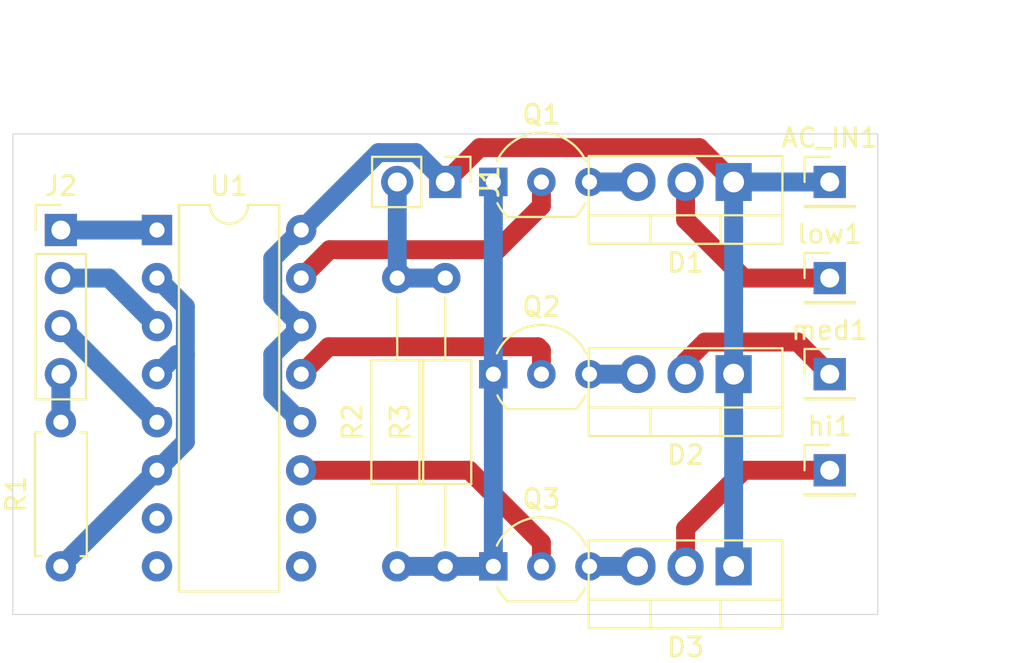
<source format=kicad_pcb>
(kicad_pcb (version 20171130) (host pcbnew 5.1.10)

  (general
    (thickness 1.6)
    (drawings 6)
    (tracks 54)
    (zones 0)
    (modules 16)
    (nets 18)
  )

  (page A4)
  (layers
    (0 F.Cu signal)
    (31 B.Cu signal)
    (32 B.Adhes user hide)
    (33 F.Adhes user hide)
    (34 B.Paste user hide)
    (35 F.Paste user hide)
    (36 B.SilkS user)
    (37 F.SilkS user)
    (38 B.Mask user hide)
    (39 F.Mask user hide)
    (40 Dwgs.User user)
    (41 Cmts.User user)
    (42 Eco1.User user)
    (43 Eco2.User user)
    (44 Edge.Cuts user)
    (45 Margin user hide)
    (46 B.CrtYd user hide)
    (47 F.CrtYd user hide)
    (48 B.Fab user hide)
    (49 F.Fab user hide)
  )

  (setup
    (last_trace_width 1)
    (user_trace_width 1)
    (trace_clearance 0.2)
    (zone_clearance 0.508)
    (zone_45_only no)
    (trace_min 0.2)
    (via_size 0.8)
    (via_drill 0.4)
    (via_min_size 0.4)
    (via_min_drill 0.3)
    (uvia_size 0.3)
    (uvia_drill 0.1)
    (uvias_allowed no)
    (uvia_min_size 0.2)
    (uvia_min_drill 0.1)
    (edge_width 0.05)
    (segment_width 0.2)
    (pcb_text_width 0.3)
    (pcb_text_size 1.5 1.5)
    (mod_edge_width 0.12)
    (mod_text_size 1 1)
    (mod_text_width 0.15)
    (pad_size 1.524 1.524)
    (pad_drill 0.762)
    (pad_to_mask_clearance 0)
    (aux_axis_origin 0 0)
    (visible_elements FFFFFF7F)
    (pcbplotparams
      (layerselection 0x010fc_ffffffff)
      (usegerberextensions false)
      (usegerberattributes true)
      (usegerberadvancedattributes true)
      (creategerberjobfile true)
      (excludeedgelayer true)
      (linewidth 0.100000)
      (plotframeref false)
      (viasonmask false)
      (mode 1)
      (useauxorigin false)
      (hpglpennumber 1)
      (hpglpenspeed 20)
      (hpglpendiameter 15.000000)
      (psnegative false)
      (psa4output false)
      (plotreference true)
      (plotvalue true)
      (plotinvisibletext false)
      (padsonsilk false)
      (subtractmaskfromsilk false)
      (outputformat 1)
      (mirror false)
      (drillshape 1)
      (scaleselection 1)
      (outputdirectory ""))
  )

  (net 0 "")
  (net 1 "Net-(AC_IN1-Pad1)")
  (net 2 "Net-(D1-Pad3)")
  (net 3 "Net-(D1-Pad2)")
  (net 4 "Net-(D2-Pad3)")
  (net 5 "Net-(D2-Pad2)")
  (net 6 "Net-(D3-Pad3)")
  (net 7 "Net-(D3-Pad2)")
  (net 8 "Net-(J1-Pad2)")
  (net 9 "Net-(J2-Pad4)")
  (net 10 "Net-(J2-Pad3)")
  (net 11 "Net-(J2-Pad2)")
  (net 12 "Net-(J2-Pad1)")
  (net 13 "Net-(Q1-Pad1)")
  (net 14 "Net-(Q1-Pad2)")
  (net 15 "Net-(Q2-Pad2)")
  (net 16 "Net-(Q3-Pad2)")
  (net 17 "Net-(R1-Pad1)")

  (net_class Default "This is the default net class."
    (clearance 0.2)
    (trace_width 0.25)
    (via_dia 0.8)
    (via_drill 0.4)
    (uvia_dia 0.3)
    (uvia_drill 0.1)
    (add_net "Net-(AC_IN1-Pad1)")
    (add_net "Net-(D1-Pad2)")
    (add_net "Net-(D1-Pad3)")
    (add_net "Net-(D2-Pad2)")
    (add_net "Net-(D2-Pad3)")
    (add_net "Net-(D3-Pad2)")
    (add_net "Net-(D3-Pad3)")
    (add_net "Net-(J1-Pad2)")
    (add_net "Net-(J2-Pad1)")
    (add_net "Net-(J2-Pad2)")
    (add_net "Net-(J2-Pad3)")
    (add_net "Net-(J2-Pad4)")
    (add_net "Net-(Q1-Pad1)")
    (add_net "Net-(Q1-Pad2)")
    (add_net "Net-(Q2-Pad2)")
    (add_net "Net-(Q3-Pad2)")
    (add_net "Net-(R1-Pad1)")
  )

  (module Package_TO_SOT_THT:TO-92_Inline_Wide (layer F.Cu) (tedit 5A02FF81) (tstamp 61820945)
    (at 139.7 91.44)
    (descr "TO-92 leads in-line, wide, drill 0.75mm (see NXP sot054_po.pdf)")
    (tags "to-92 sc-43 sc-43a sot54 PA33 transistor")
    (path /61838231)
    (fp_text reference Q3 (at 2.54 -3.56) (layer F.SilkS)
      (effects (font (size 1 1) (thickness 0.15)))
    )
    (fp_text value 2N3904 (at 2.54 2.79) (layer F.Fab)
      (effects (font (size 1 1) (thickness 0.15)))
    )
    (fp_arc (start 2.54 0) (end 4.34 1.85) (angle -20) (layer F.SilkS) (width 0.12))
    (fp_arc (start 2.54 0) (end 2.54 -2.48) (angle -135) (layer F.Fab) (width 0.1))
    (fp_arc (start 2.54 0) (end 2.54 -2.48) (angle 135) (layer F.Fab) (width 0.1))
    (fp_arc (start 2.54 0) (end 2.54 -2.6) (angle 65) (layer F.SilkS) (width 0.12))
    (fp_arc (start 2.54 0) (end 2.54 -2.6) (angle -65) (layer F.SilkS) (width 0.12))
    (fp_arc (start 2.54 0) (end 0.74 1.85) (angle 20) (layer F.SilkS) (width 0.12))
    (fp_text user %R (at 2.54 0) (layer F.Fab)
      (effects (font (size 1 1) (thickness 0.15)))
    )
    (fp_line (start 0.74 1.85) (end 4.34 1.85) (layer F.SilkS) (width 0.12))
    (fp_line (start 0.8 1.75) (end 4.3 1.75) (layer F.Fab) (width 0.1))
    (fp_line (start -1.01 -2.73) (end 6.09 -2.73) (layer F.CrtYd) (width 0.05))
    (fp_line (start -1.01 -2.73) (end -1.01 2.01) (layer F.CrtYd) (width 0.05))
    (fp_line (start 6.09 2.01) (end 6.09 -2.73) (layer F.CrtYd) (width 0.05))
    (fp_line (start 6.09 2.01) (end -1.01 2.01) (layer F.CrtYd) (width 0.05))
    (pad 1 thru_hole rect (at 0 0) (size 1.5 1.5) (drill 0.8) (layers *.Cu *.Mask)
      (net 13 "Net-(Q1-Pad1)"))
    (pad 3 thru_hole circle (at 5.08 0) (size 1.5 1.5) (drill 0.8) (layers *.Cu *.Mask)
      (net 6 "Net-(D3-Pad3)"))
    (pad 2 thru_hole circle (at 2.54 0) (size 1.5 1.5) (drill 0.8) (layers *.Cu *.Mask)
      (net 16 "Net-(Q3-Pad2)"))
    (model ${KISYS3DMOD}/Package_TO_SOT_THT.3dshapes/TO-92_Inline_Wide.wrl
      (at (xyz 0 0 0))
      (scale (xyz 1 1 1))
      (rotate (xyz 0 0 0))
    )
  )

  (module Package_TO_SOT_THT:TO-92_Inline_Wide (layer F.Cu) (tedit 5A02FF81) (tstamp 6182052B)
    (at 139.7 81.28)
    (descr "TO-92 leads in-line, wide, drill 0.75mm (see NXP sot054_po.pdf)")
    (tags "to-92 sc-43 sc-43a sot54 PA33 transistor")
    (path /6183756F)
    (fp_text reference Q2 (at 2.54 -3.56) (layer F.SilkS)
      (effects (font (size 1 1) (thickness 0.15)))
    )
    (fp_text value 2N3904 (at 2.54 2.79) (layer F.Fab)
      (effects (font (size 1 1) (thickness 0.15)))
    )
    (fp_arc (start 2.54 0) (end 4.34 1.85) (angle -20) (layer F.SilkS) (width 0.12))
    (fp_arc (start 2.54 0) (end 2.54 -2.48) (angle -135) (layer F.Fab) (width 0.1))
    (fp_arc (start 2.54 0) (end 2.54 -2.48) (angle 135) (layer F.Fab) (width 0.1))
    (fp_arc (start 2.54 0) (end 2.54 -2.6) (angle 65) (layer F.SilkS) (width 0.12))
    (fp_arc (start 2.54 0) (end 2.54 -2.6) (angle -65) (layer F.SilkS) (width 0.12))
    (fp_arc (start 2.54 0) (end 0.74 1.85) (angle 20) (layer F.SilkS) (width 0.12))
    (fp_text user %R (at 2.54 0) (layer F.Fab)
      (effects (font (size 1 1) (thickness 0.15)))
    )
    (fp_line (start 0.74 1.85) (end 4.34 1.85) (layer F.SilkS) (width 0.12))
    (fp_line (start 0.8 1.75) (end 4.3 1.75) (layer F.Fab) (width 0.1))
    (fp_line (start -1.01 -2.73) (end 6.09 -2.73) (layer F.CrtYd) (width 0.05))
    (fp_line (start -1.01 -2.73) (end -1.01 2.01) (layer F.CrtYd) (width 0.05))
    (fp_line (start 6.09 2.01) (end 6.09 -2.73) (layer F.CrtYd) (width 0.05))
    (fp_line (start 6.09 2.01) (end -1.01 2.01) (layer F.CrtYd) (width 0.05))
    (pad 1 thru_hole rect (at 0 0) (size 1.5 1.5) (drill 0.8) (layers *.Cu *.Mask)
      (net 13 "Net-(Q1-Pad1)"))
    (pad 3 thru_hole circle (at 5.08 0) (size 1.5 1.5) (drill 0.8) (layers *.Cu *.Mask)
      (net 4 "Net-(D2-Pad3)"))
    (pad 2 thru_hole circle (at 2.54 0) (size 1.5 1.5) (drill 0.8) (layers *.Cu *.Mask)
      (net 15 "Net-(Q2-Pad2)"))
    (model ${KISYS3DMOD}/Package_TO_SOT_THT.3dshapes/TO-92_Inline_Wide.wrl
      (at (xyz 0 0 0))
      (scale (xyz 1 1 1))
      (rotate (xyz 0 0 0))
    )
  )

  (module Package_TO_SOT_THT:TO-92_Inline_Wide (layer F.Cu) (tedit 5A02FF81) (tstamp 618201CF)
    (at 139.7 71.12)
    (descr "TO-92 leads in-line, wide, drill 0.75mm (see NXP sot054_po.pdf)")
    (tags "to-92 sc-43 sc-43a sot54 PA33 transistor")
    (path /618281AA)
    (fp_text reference Q1 (at 2.54 -3.56) (layer F.SilkS)
      (effects (font (size 1 1) (thickness 0.15)))
    )
    (fp_text value 2N3904 (at 2.54 2.79) (layer F.Fab)
      (effects (font (size 1 1) (thickness 0.15)))
    )
    (fp_arc (start 2.54 0) (end 4.34 1.85) (angle -20) (layer F.SilkS) (width 0.12))
    (fp_arc (start 2.54 0) (end 2.54 -2.48) (angle -135) (layer F.Fab) (width 0.1))
    (fp_arc (start 2.54 0) (end 2.54 -2.48) (angle 135) (layer F.Fab) (width 0.1))
    (fp_arc (start 2.54 0) (end 2.54 -2.6) (angle 65) (layer F.SilkS) (width 0.12))
    (fp_arc (start 2.54 0) (end 2.54 -2.6) (angle -65) (layer F.SilkS) (width 0.12))
    (fp_arc (start 2.54 0) (end 0.74 1.85) (angle 20) (layer F.SilkS) (width 0.12))
    (fp_text user %R (at 2.54 0) (layer F.Fab)
      (effects (font (size 1 1) (thickness 0.15)))
    )
    (fp_line (start 0.74 1.85) (end 4.34 1.85) (layer F.SilkS) (width 0.12))
    (fp_line (start 0.8 1.75) (end 4.3 1.75) (layer F.Fab) (width 0.1))
    (fp_line (start -1.01 -2.73) (end 6.09 -2.73) (layer F.CrtYd) (width 0.05))
    (fp_line (start -1.01 -2.73) (end -1.01 2.01) (layer F.CrtYd) (width 0.05))
    (fp_line (start 6.09 2.01) (end 6.09 -2.73) (layer F.CrtYd) (width 0.05))
    (fp_line (start 6.09 2.01) (end -1.01 2.01) (layer F.CrtYd) (width 0.05))
    (pad 1 thru_hole rect (at 0 0) (size 1.5 1.5) (drill 0.8) (layers *.Cu *.Mask)
      (net 13 "Net-(Q1-Pad1)"))
    (pad 3 thru_hole circle (at 5.08 0) (size 1.5 1.5) (drill 0.8) (layers *.Cu *.Mask)
      (net 2 "Net-(D1-Pad3)"))
    (pad 2 thru_hole circle (at 2.54 0) (size 1.5 1.5) (drill 0.8) (layers *.Cu *.Mask)
      (net 14 "Net-(Q1-Pad2)"))
    (model ${KISYS3DMOD}/Package_TO_SOT_THT.3dshapes/TO-92_Inline_Wide.wrl
      (at (xyz 0 0 0))
      (scale (xyz 1 1 1))
      (rotate (xyz 0 0 0))
    )
  )

  (module Package_DIP:DIP-16_W7.62mm (layer F.Cu) (tedit 5A02E8C5) (tstamp 6182025C)
    (at 121.92 73.66)
    (descr "16-lead though-hole mounted DIP package, row spacing 7.62 mm (300 mils)")
    (tags "THT DIP DIL PDIP 2.54mm 7.62mm 300mil")
    (path /6181C7BD)
    (fp_text reference U1 (at 3.81 -2.33) (layer F.SilkS)
      (effects (font (size 1 1) (thickness 0.15)))
    )
    (fp_text value PC847 (at 3.81 20.11) (layer F.Fab)
      (effects (font (size 1 1) (thickness 0.15)))
    )
    (fp_line (start 8.7 -1.55) (end -1.1 -1.55) (layer F.CrtYd) (width 0.05))
    (fp_line (start 8.7 19.3) (end 8.7 -1.55) (layer F.CrtYd) (width 0.05))
    (fp_line (start -1.1 19.3) (end 8.7 19.3) (layer F.CrtYd) (width 0.05))
    (fp_line (start -1.1 -1.55) (end -1.1 19.3) (layer F.CrtYd) (width 0.05))
    (fp_line (start 6.46 -1.33) (end 4.81 -1.33) (layer F.SilkS) (width 0.12))
    (fp_line (start 6.46 19.11) (end 6.46 -1.33) (layer F.SilkS) (width 0.12))
    (fp_line (start 1.16 19.11) (end 6.46 19.11) (layer F.SilkS) (width 0.12))
    (fp_line (start 1.16 -1.33) (end 1.16 19.11) (layer F.SilkS) (width 0.12))
    (fp_line (start 2.81 -1.33) (end 1.16 -1.33) (layer F.SilkS) (width 0.12))
    (fp_line (start 0.635 -0.27) (end 1.635 -1.27) (layer F.Fab) (width 0.1))
    (fp_line (start 0.635 19.05) (end 0.635 -0.27) (layer F.Fab) (width 0.1))
    (fp_line (start 6.985 19.05) (end 0.635 19.05) (layer F.Fab) (width 0.1))
    (fp_line (start 6.985 -1.27) (end 6.985 19.05) (layer F.Fab) (width 0.1))
    (fp_line (start 1.635 -1.27) (end 6.985 -1.27) (layer F.Fab) (width 0.1))
    (fp_text user %R (at 3.81 8.89) (layer F.Fab)
      (effects (font (size 1 1) (thickness 0.15)))
    )
    (fp_arc (start 3.81 -1.33) (end 2.81 -1.33) (angle -180) (layer F.SilkS) (width 0.12))
    (pad 16 thru_hole oval (at 7.62 0) (size 1.6 1.6) (drill 0.8) (layers *.Cu *.Mask)
      (net 1 "Net-(AC_IN1-Pad1)"))
    (pad 8 thru_hole oval (at 0 17.78) (size 1.6 1.6) (drill 0.8) (layers *.Cu *.Mask))
    (pad 15 thru_hole oval (at 7.62 2.54) (size 1.6 1.6) (drill 0.8) (layers *.Cu *.Mask)
      (net 14 "Net-(Q1-Pad2)"))
    (pad 7 thru_hole oval (at 0 15.24) (size 1.6 1.6) (drill 0.8) (layers *.Cu *.Mask))
    (pad 14 thru_hole oval (at 7.62 5.08) (size 1.6 1.6) (drill 0.8) (layers *.Cu *.Mask)
      (net 1 "Net-(AC_IN1-Pad1)"))
    (pad 6 thru_hole oval (at 0 12.7) (size 1.6 1.6) (drill 0.8) (layers *.Cu *.Mask)
      (net 17 "Net-(R1-Pad1)"))
    (pad 13 thru_hole oval (at 7.62 7.62) (size 1.6 1.6) (drill 0.8) (layers *.Cu *.Mask)
      (net 15 "Net-(Q2-Pad2)"))
    (pad 5 thru_hole oval (at 0 10.16) (size 1.6 1.6) (drill 0.8) (layers *.Cu *.Mask)
      (net 10 "Net-(J2-Pad3)"))
    (pad 12 thru_hole oval (at 7.62 10.16) (size 1.6 1.6) (drill 0.8) (layers *.Cu *.Mask)
      (net 1 "Net-(AC_IN1-Pad1)"))
    (pad 4 thru_hole oval (at 0 7.62) (size 1.6 1.6) (drill 0.8) (layers *.Cu *.Mask)
      (net 17 "Net-(R1-Pad1)"))
    (pad 11 thru_hole oval (at 7.62 12.7) (size 1.6 1.6) (drill 0.8) (layers *.Cu *.Mask)
      (net 16 "Net-(Q3-Pad2)"))
    (pad 3 thru_hole oval (at 0 5.08) (size 1.6 1.6) (drill 0.8) (layers *.Cu *.Mask)
      (net 11 "Net-(J2-Pad2)"))
    (pad 10 thru_hole oval (at 7.62 15.24) (size 1.6 1.6) (drill 0.8) (layers *.Cu *.Mask))
    (pad 2 thru_hole oval (at 0 2.54) (size 1.6 1.6) (drill 0.8) (layers *.Cu *.Mask)
      (net 17 "Net-(R1-Pad1)"))
    (pad 9 thru_hole oval (at 7.62 17.78) (size 1.6 1.6) (drill 0.8) (layers *.Cu *.Mask))
    (pad 1 thru_hole rect (at 0 0) (size 1.6 1.6) (drill 0.8) (layers *.Cu *.Mask)
      (net 12 "Net-(J2-Pad1)"))
    (model ${KISYS3DMOD}/Package_DIP.3dshapes/DIP-16_W7.62mm.wrl
      (at (xyz 0 0 0))
      (scale (xyz 1 1 1))
      (rotate (xyz 0 0 0))
    )
  )

  (module Resistor_THT:R_Axial_DIN0207_L6.3mm_D2.5mm_P15.24mm_Horizontal (layer F.Cu) (tedit 5AE5139B) (tstamp 61820238)
    (at 137.16 91.44 90)
    (descr "Resistor, Axial_DIN0207 series, Axial, Horizontal, pin pitch=15.24mm, 0.25W = 1/4W, length*diameter=6.3*2.5mm^2, http://cdn-reichelt.de/documents/datenblatt/B400/1_4W%23YAG.pdf")
    (tags "Resistor Axial_DIN0207 series Axial Horizontal pin pitch 15.24mm 0.25W = 1/4W length 6.3mm diameter 2.5mm")
    (path /61829A11)
    (fp_text reference R3 (at 7.62 -2.37 90) (layer F.SilkS)
      (effects (font (size 1 1) (thickness 0.15)))
    )
    (fp_text value 120 (at 7.62 2.37 90) (layer F.Fab)
      (effects (font (size 1 1) (thickness 0.15)))
    )
    (fp_line (start 16.29 -1.5) (end -1.05 -1.5) (layer F.CrtYd) (width 0.05))
    (fp_line (start 16.29 1.5) (end 16.29 -1.5) (layer F.CrtYd) (width 0.05))
    (fp_line (start -1.05 1.5) (end 16.29 1.5) (layer F.CrtYd) (width 0.05))
    (fp_line (start -1.05 -1.5) (end -1.05 1.5) (layer F.CrtYd) (width 0.05))
    (fp_line (start 14.2 0) (end 10.89 0) (layer F.SilkS) (width 0.12))
    (fp_line (start 1.04 0) (end 4.35 0) (layer F.SilkS) (width 0.12))
    (fp_line (start 10.89 -1.37) (end 4.35 -1.37) (layer F.SilkS) (width 0.12))
    (fp_line (start 10.89 1.37) (end 10.89 -1.37) (layer F.SilkS) (width 0.12))
    (fp_line (start 4.35 1.37) (end 10.89 1.37) (layer F.SilkS) (width 0.12))
    (fp_line (start 4.35 -1.37) (end 4.35 1.37) (layer F.SilkS) (width 0.12))
    (fp_line (start 15.24 0) (end 10.77 0) (layer F.Fab) (width 0.1))
    (fp_line (start 0 0) (end 4.47 0) (layer F.Fab) (width 0.1))
    (fp_line (start 10.77 -1.25) (end 4.47 -1.25) (layer F.Fab) (width 0.1))
    (fp_line (start 10.77 1.25) (end 10.77 -1.25) (layer F.Fab) (width 0.1))
    (fp_line (start 4.47 1.25) (end 10.77 1.25) (layer F.Fab) (width 0.1))
    (fp_line (start 4.47 -1.25) (end 4.47 1.25) (layer F.Fab) (width 0.1))
    (fp_text user %R (at 7.62 0 90) (layer F.Fab)
      (effects (font (size 1 1) (thickness 0.15)))
    )
    (pad 2 thru_hole oval (at 15.24 0 90) (size 1.6 1.6) (drill 0.8) (layers *.Cu *.Mask)
      (net 8 "Net-(J1-Pad2)"))
    (pad 1 thru_hole circle (at 0 0 90) (size 1.6 1.6) (drill 0.8) (layers *.Cu *.Mask)
      (net 13 "Net-(Q1-Pad1)"))
    (model ${KISYS3DMOD}/Resistor_THT.3dshapes/R_Axial_DIN0207_L6.3mm_D2.5mm_P15.24mm_Horizontal.wrl
      (at (xyz 0 0 0))
      (scale (xyz 1 1 1))
      (rotate (xyz 0 0 0))
    )
  )

  (module Resistor_THT:R_Axial_DIN0207_L6.3mm_D2.5mm_P15.24mm_Horizontal (layer F.Cu) (tedit 5AE5139B) (tstamp 61820AE1)
    (at 134.62 91.44 90)
    (descr "Resistor, Axial_DIN0207 series, Axial, Horizontal, pin pitch=15.24mm, 0.25W = 1/4W, length*diameter=6.3*2.5mm^2, http://cdn-reichelt.de/documents/datenblatt/B400/1_4W%23YAG.pdf")
    (tags "Resistor Axial_DIN0207 series Axial Horizontal pin pitch 15.24mm 0.25W = 1/4W length 6.3mm diameter 2.5mm")
    (path /61843B76)
    (fp_text reference R2 (at 7.62 -2.37 90) (layer F.SilkS)
      (effects (font (size 1 1) (thickness 0.15)))
    )
    (fp_text value 120 (at 7.62 2.37 90) (layer F.Fab)
      (effects (font (size 1 1) (thickness 0.15)))
    )
    (fp_line (start 16.29 -1.5) (end -1.05 -1.5) (layer F.CrtYd) (width 0.05))
    (fp_line (start 16.29 1.5) (end 16.29 -1.5) (layer F.CrtYd) (width 0.05))
    (fp_line (start -1.05 1.5) (end 16.29 1.5) (layer F.CrtYd) (width 0.05))
    (fp_line (start -1.05 -1.5) (end -1.05 1.5) (layer F.CrtYd) (width 0.05))
    (fp_line (start 14.2 0) (end 10.89 0) (layer F.SilkS) (width 0.12))
    (fp_line (start 1.04 0) (end 4.35 0) (layer F.SilkS) (width 0.12))
    (fp_line (start 10.89 -1.37) (end 4.35 -1.37) (layer F.SilkS) (width 0.12))
    (fp_line (start 10.89 1.37) (end 10.89 -1.37) (layer F.SilkS) (width 0.12))
    (fp_line (start 4.35 1.37) (end 10.89 1.37) (layer F.SilkS) (width 0.12))
    (fp_line (start 4.35 -1.37) (end 4.35 1.37) (layer F.SilkS) (width 0.12))
    (fp_line (start 15.24 0) (end 10.77 0) (layer F.Fab) (width 0.1))
    (fp_line (start 0 0) (end 4.47 0) (layer F.Fab) (width 0.1))
    (fp_line (start 10.77 -1.25) (end 4.47 -1.25) (layer F.Fab) (width 0.1))
    (fp_line (start 10.77 1.25) (end 10.77 -1.25) (layer F.Fab) (width 0.1))
    (fp_line (start 4.47 1.25) (end 10.77 1.25) (layer F.Fab) (width 0.1))
    (fp_line (start 4.47 -1.25) (end 4.47 1.25) (layer F.Fab) (width 0.1))
    (fp_text user %R (at 7.62 0 90) (layer F.Fab)
      (effects (font (size 1 1) (thickness 0.15)))
    )
    (pad 2 thru_hole oval (at 15.24 0 90) (size 1.6 1.6) (drill 0.8) (layers *.Cu *.Mask)
      (net 8 "Net-(J1-Pad2)"))
    (pad 1 thru_hole circle (at 0 0 90) (size 1.6 1.6) (drill 0.8) (layers *.Cu *.Mask)
      (net 13 "Net-(Q1-Pad1)"))
    (model ${KISYS3DMOD}/Resistor_THT.3dshapes/R_Axial_DIN0207_L6.3mm_D2.5mm_P15.24mm_Horizontal.wrl
      (at (xyz 0 0 0))
      (scale (xyz 1 1 1))
      (rotate (xyz 0 0 0))
    )
  )

  (module Resistor_THT:R_Axial_DIN0207_L6.3mm_D2.5mm_P7.62mm_Horizontal (layer F.Cu) (tedit 5AE5139B) (tstamp 61820D82)
    (at 116.84 91.44 90)
    (descr "Resistor, Axial_DIN0207 series, Axial, Horizontal, pin pitch=7.62mm, 0.25W = 1/4W, length*diameter=6.3*2.5mm^2, http://cdn-reichelt.de/documents/datenblatt/B400/1_4W%23YAG.pdf")
    (tags "Resistor Axial_DIN0207 series Axial Horizontal pin pitch 7.62mm 0.25W = 1/4W length 6.3mm diameter 2.5mm")
    (path /61824C71)
    (fp_text reference R1 (at 3.81 -2.37 90) (layer F.SilkS)
      (effects (font (size 1 1) (thickness 0.15)))
    )
    (fp_text value 2.2k (at 3.81 2.37 90) (layer F.Fab)
      (effects (font (size 1 1) (thickness 0.15)))
    )
    (fp_line (start 8.67 -1.5) (end -1.05 -1.5) (layer F.CrtYd) (width 0.05))
    (fp_line (start 8.67 1.5) (end 8.67 -1.5) (layer F.CrtYd) (width 0.05))
    (fp_line (start -1.05 1.5) (end 8.67 1.5) (layer F.CrtYd) (width 0.05))
    (fp_line (start -1.05 -1.5) (end -1.05 1.5) (layer F.CrtYd) (width 0.05))
    (fp_line (start 7.08 1.37) (end 7.08 1.04) (layer F.SilkS) (width 0.12))
    (fp_line (start 0.54 1.37) (end 7.08 1.37) (layer F.SilkS) (width 0.12))
    (fp_line (start 0.54 1.04) (end 0.54 1.37) (layer F.SilkS) (width 0.12))
    (fp_line (start 7.08 -1.37) (end 7.08 -1.04) (layer F.SilkS) (width 0.12))
    (fp_line (start 0.54 -1.37) (end 7.08 -1.37) (layer F.SilkS) (width 0.12))
    (fp_line (start 0.54 -1.04) (end 0.54 -1.37) (layer F.SilkS) (width 0.12))
    (fp_line (start 7.62 0) (end 6.96 0) (layer F.Fab) (width 0.1))
    (fp_line (start 0 0) (end 0.66 0) (layer F.Fab) (width 0.1))
    (fp_line (start 6.96 -1.25) (end 0.66 -1.25) (layer F.Fab) (width 0.1))
    (fp_line (start 6.96 1.25) (end 6.96 -1.25) (layer F.Fab) (width 0.1))
    (fp_line (start 0.66 1.25) (end 6.96 1.25) (layer F.Fab) (width 0.1))
    (fp_line (start 0.66 -1.25) (end 0.66 1.25) (layer F.Fab) (width 0.1))
    (fp_text user %R (at 3.81 0 90) (layer F.Fab)
      (effects (font (size 1 1) (thickness 0.15)))
    )
    (pad 2 thru_hole oval (at 7.62 0 90) (size 1.6 1.6) (drill 0.8) (layers *.Cu *.Mask)
      (net 9 "Net-(J2-Pad4)"))
    (pad 1 thru_hole circle (at 0 0 90) (size 1.6 1.6) (drill 0.8) (layers *.Cu *.Mask)
      (net 17 "Net-(R1-Pad1)"))
    (model ${KISYS3DMOD}/Resistor_THT.3dshapes/R_Axial_DIN0207_L6.3mm_D2.5mm_P7.62mm_Horizontal.wrl
      (at (xyz 0 0 0))
      (scale (xyz 1 1 1))
      (rotate (xyz 0 0 0))
    )
  )

  (module Connector_PinHeader_2.54mm:PinHeader_1x01_P2.54mm_Vertical (layer F.Cu) (tedit 59FED5CC) (tstamp 618201BD)
    (at 157.48 81.28)
    (descr "Through hole straight pin header, 1x01, 2.54mm pitch, single row")
    (tags "Through hole pin header THT 1x01 2.54mm single row")
    (path /61819FEC)
    (fp_text reference med1 (at 0 -2.33) (layer F.SilkS)
      (effects (font (size 1 1) (thickness 0.15)))
    )
    (fp_text value Conn_01x01_Female (at 0 2.33) (layer F.Fab)
      (effects (font (size 1 1) (thickness 0.15)))
    )
    (fp_line (start 1.8 -1.8) (end -1.8 -1.8) (layer F.CrtYd) (width 0.05))
    (fp_line (start 1.8 1.8) (end 1.8 -1.8) (layer F.CrtYd) (width 0.05))
    (fp_line (start -1.8 1.8) (end 1.8 1.8) (layer F.CrtYd) (width 0.05))
    (fp_line (start -1.8 -1.8) (end -1.8 1.8) (layer F.CrtYd) (width 0.05))
    (fp_line (start -1.33 -1.33) (end 0 -1.33) (layer F.SilkS) (width 0.12))
    (fp_line (start -1.33 0) (end -1.33 -1.33) (layer F.SilkS) (width 0.12))
    (fp_line (start -1.33 1.27) (end 1.33 1.27) (layer F.SilkS) (width 0.12))
    (fp_line (start 1.33 1.27) (end 1.33 1.33) (layer F.SilkS) (width 0.12))
    (fp_line (start -1.33 1.27) (end -1.33 1.33) (layer F.SilkS) (width 0.12))
    (fp_line (start -1.33 1.33) (end 1.33 1.33) (layer F.SilkS) (width 0.12))
    (fp_line (start -1.27 -0.635) (end -0.635 -1.27) (layer F.Fab) (width 0.1))
    (fp_line (start -1.27 1.27) (end -1.27 -0.635) (layer F.Fab) (width 0.1))
    (fp_line (start 1.27 1.27) (end -1.27 1.27) (layer F.Fab) (width 0.1))
    (fp_line (start 1.27 -1.27) (end 1.27 1.27) (layer F.Fab) (width 0.1))
    (fp_line (start -0.635 -1.27) (end 1.27 -1.27) (layer F.Fab) (width 0.1))
    (fp_text user %R (at 0 0 90) (layer F.Fab)
      (effects (font (size 1 1) (thickness 0.15)))
    )
    (pad 1 thru_hole rect (at 0 0) (size 1.7 1.7) (drill 1) (layers *.Cu *.Mask)
      (net 5 "Net-(D2-Pad2)"))
    (model ${KISYS3DMOD}/Connector_PinHeader_2.54mm.3dshapes/PinHeader_1x01_P2.54mm_Vertical.wrl
      (at (xyz 0 0 0))
      (scale (xyz 1 1 1))
      (rotate (xyz 0 0 0))
    )
  )

  (module Connector_PinHeader_2.54mm:PinHeader_1x01_P2.54mm_Vertical (layer F.Cu) (tedit 59FED5CC) (tstamp 61820EF0)
    (at 157.48 76.2)
    (descr "Through hole straight pin header, 1x01, 2.54mm pitch, single row")
    (tags "Through hole pin header THT 1x01 2.54mm single row")
    (path /61818BCA)
    (fp_text reference low1 (at 0 -2.33) (layer F.SilkS)
      (effects (font (size 1 1) (thickness 0.15)))
    )
    (fp_text value Conn_01x01_Female (at 0 2.33) (layer F.Fab)
      (effects (font (size 1 1) (thickness 0.15)))
    )
    (fp_line (start 1.8 -1.8) (end -1.8 -1.8) (layer F.CrtYd) (width 0.05))
    (fp_line (start 1.8 1.8) (end 1.8 -1.8) (layer F.CrtYd) (width 0.05))
    (fp_line (start -1.8 1.8) (end 1.8 1.8) (layer F.CrtYd) (width 0.05))
    (fp_line (start -1.8 -1.8) (end -1.8 1.8) (layer F.CrtYd) (width 0.05))
    (fp_line (start -1.33 -1.33) (end 0 -1.33) (layer F.SilkS) (width 0.12))
    (fp_line (start -1.33 0) (end -1.33 -1.33) (layer F.SilkS) (width 0.12))
    (fp_line (start -1.33 1.27) (end 1.33 1.27) (layer F.SilkS) (width 0.12))
    (fp_line (start 1.33 1.27) (end 1.33 1.33) (layer F.SilkS) (width 0.12))
    (fp_line (start -1.33 1.27) (end -1.33 1.33) (layer F.SilkS) (width 0.12))
    (fp_line (start -1.33 1.33) (end 1.33 1.33) (layer F.SilkS) (width 0.12))
    (fp_line (start -1.27 -0.635) (end -0.635 -1.27) (layer F.Fab) (width 0.1))
    (fp_line (start -1.27 1.27) (end -1.27 -0.635) (layer F.Fab) (width 0.1))
    (fp_line (start 1.27 1.27) (end -1.27 1.27) (layer F.Fab) (width 0.1))
    (fp_line (start 1.27 -1.27) (end 1.27 1.27) (layer F.Fab) (width 0.1))
    (fp_line (start -0.635 -1.27) (end 1.27 -1.27) (layer F.Fab) (width 0.1))
    (fp_text user %R (at 0 0 90) (layer F.Fab)
      (effects (font (size 1 1) (thickness 0.15)))
    )
    (pad 1 thru_hole rect (at 0 0) (size 1.7 1.7) (drill 1) (layers *.Cu *.Mask)
      (net 3 "Net-(D1-Pad2)"))
    (model ${KISYS3DMOD}/Connector_PinHeader_2.54mm.3dshapes/PinHeader_1x01_P2.54mm_Vertical.wrl
      (at (xyz 0 0 0))
      (scale (xyz 1 1 1))
      (rotate (xyz 0 0 0))
    )
  )

  (module Connector_PinHeader_2.54mm:PinHeader_1x04_P2.54mm_Vertical (layer F.Cu) (tedit 59FED5CC) (tstamp 61820193)
    (at 116.84 73.66)
    (descr "Through hole straight pin header, 1x04, 2.54mm pitch, single row")
    (tags "Through hole pin header THT 1x04 2.54mm single row")
    (path /618203EF)
    (fp_text reference J2 (at 0 -2.33) (layer F.SilkS)
      (effects (font (size 1 1) (thickness 0.15)))
    )
    (fp_text value Conn_01x04_Female (at 0 9.95) (layer F.Fab)
      (effects (font (size 1 1) (thickness 0.15)))
    )
    (fp_line (start 1.8 -1.8) (end -1.8 -1.8) (layer F.CrtYd) (width 0.05))
    (fp_line (start 1.8 9.4) (end 1.8 -1.8) (layer F.CrtYd) (width 0.05))
    (fp_line (start -1.8 9.4) (end 1.8 9.4) (layer F.CrtYd) (width 0.05))
    (fp_line (start -1.8 -1.8) (end -1.8 9.4) (layer F.CrtYd) (width 0.05))
    (fp_line (start -1.33 -1.33) (end 0 -1.33) (layer F.SilkS) (width 0.12))
    (fp_line (start -1.33 0) (end -1.33 -1.33) (layer F.SilkS) (width 0.12))
    (fp_line (start -1.33 1.27) (end 1.33 1.27) (layer F.SilkS) (width 0.12))
    (fp_line (start 1.33 1.27) (end 1.33 8.95) (layer F.SilkS) (width 0.12))
    (fp_line (start -1.33 1.27) (end -1.33 8.95) (layer F.SilkS) (width 0.12))
    (fp_line (start -1.33 8.95) (end 1.33 8.95) (layer F.SilkS) (width 0.12))
    (fp_line (start -1.27 -0.635) (end -0.635 -1.27) (layer F.Fab) (width 0.1))
    (fp_line (start -1.27 8.89) (end -1.27 -0.635) (layer F.Fab) (width 0.1))
    (fp_line (start 1.27 8.89) (end -1.27 8.89) (layer F.Fab) (width 0.1))
    (fp_line (start 1.27 -1.27) (end 1.27 8.89) (layer F.Fab) (width 0.1))
    (fp_line (start -0.635 -1.27) (end 1.27 -1.27) (layer F.Fab) (width 0.1))
    (fp_text user %R (at 0 3.81 90) (layer F.Fab)
      (effects (font (size 1 1) (thickness 0.15)))
    )
    (pad 4 thru_hole oval (at 0 7.62) (size 1.7 1.7) (drill 1) (layers *.Cu *.Mask)
      (net 9 "Net-(J2-Pad4)"))
    (pad 3 thru_hole oval (at 0 5.08) (size 1.7 1.7) (drill 1) (layers *.Cu *.Mask)
      (net 10 "Net-(J2-Pad3)"))
    (pad 2 thru_hole oval (at 0 2.54) (size 1.7 1.7) (drill 1) (layers *.Cu *.Mask)
      (net 11 "Net-(J2-Pad2)"))
    (pad 1 thru_hole rect (at 0 0) (size 1.7 1.7) (drill 1) (layers *.Cu *.Mask)
      (net 12 "Net-(J2-Pad1)"))
    (model ${KISYS3DMOD}/Connector_PinHeader_2.54mm.3dshapes/PinHeader_1x04_P2.54mm_Vertical.wrl
      (at (xyz 0 0 0))
      (scale (xyz 1 1 1))
      (rotate (xyz 0 0 0))
    )
  )

  (module Connector_PinHeader_2.54mm:PinHeader_1x02_P2.54mm_Vertical (layer F.Cu) (tedit 59FED5CC) (tstamp 6182017B)
    (at 137.16 71.12 270)
    (descr "Through hole straight pin header, 1x02, 2.54mm pitch, single row")
    (tags "Through hole pin header THT 1x02 2.54mm single row")
    (path /61840010)
    (fp_text reference J1 (at 0 -2.33 90) (layer F.SilkS)
      (effects (font (size 1 1) (thickness 0.15)))
    )
    (fp_text value Conn_01x02_Female (at 0 4.87 90) (layer F.Fab)
      (effects (font (size 1 1) (thickness 0.15)))
    )
    (fp_line (start 1.8 -1.8) (end -1.8 -1.8) (layer F.CrtYd) (width 0.05))
    (fp_line (start 1.8 4.35) (end 1.8 -1.8) (layer F.CrtYd) (width 0.05))
    (fp_line (start -1.8 4.35) (end 1.8 4.35) (layer F.CrtYd) (width 0.05))
    (fp_line (start -1.8 -1.8) (end -1.8 4.35) (layer F.CrtYd) (width 0.05))
    (fp_line (start -1.33 -1.33) (end 0 -1.33) (layer F.SilkS) (width 0.12))
    (fp_line (start -1.33 0) (end -1.33 -1.33) (layer F.SilkS) (width 0.12))
    (fp_line (start -1.33 1.27) (end 1.33 1.27) (layer F.SilkS) (width 0.12))
    (fp_line (start 1.33 1.27) (end 1.33 3.87) (layer F.SilkS) (width 0.12))
    (fp_line (start -1.33 1.27) (end -1.33 3.87) (layer F.SilkS) (width 0.12))
    (fp_line (start -1.33 3.87) (end 1.33 3.87) (layer F.SilkS) (width 0.12))
    (fp_line (start -1.27 -0.635) (end -0.635 -1.27) (layer F.Fab) (width 0.1))
    (fp_line (start -1.27 3.81) (end -1.27 -0.635) (layer F.Fab) (width 0.1))
    (fp_line (start 1.27 3.81) (end -1.27 3.81) (layer F.Fab) (width 0.1))
    (fp_line (start 1.27 -1.27) (end 1.27 3.81) (layer F.Fab) (width 0.1))
    (fp_line (start -0.635 -1.27) (end 1.27 -1.27) (layer F.Fab) (width 0.1))
    (fp_text user %R (at 0 1.27) (layer F.Fab)
      (effects (font (size 1 1) (thickness 0.15)))
    )
    (pad 2 thru_hole oval (at 0 2.54 270) (size 1.7 1.7) (drill 1) (layers *.Cu *.Mask)
      (net 8 "Net-(J1-Pad2)"))
    (pad 1 thru_hole rect (at 0 0 270) (size 1.7 1.7) (drill 1) (layers *.Cu *.Mask)
      (net 1 "Net-(AC_IN1-Pad1)"))
    (model ${KISYS3DMOD}/Connector_PinHeader_2.54mm.3dshapes/PinHeader_1x02_P2.54mm_Vertical.wrl
      (at (xyz 0 0 0))
      (scale (xyz 1 1 1))
      (rotate (xyz 0 0 0))
    )
  )

  (module Connector_PinHeader_2.54mm:PinHeader_1x01_P2.54mm_Vertical (layer F.Cu) (tedit 59FED5CC) (tstamp 618208BF)
    (at 157.48 86.36)
    (descr "Through hole straight pin header, 1x01, 2.54mm pitch, single row")
    (tags "Through hole pin header THT 1x01 2.54mm single row")
    (path /6181A2CE)
    (fp_text reference hi1 (at 0 -2.33) (layer F.SilkS)
      (effects (font (size 1 1) (thickness 0.15)))
    )
    (fp_text value Conn_01x01_Female (at 0 2.33) (layer F.Fab)
      (effects (font (size 1 1) (thickness 0.15)))
    )
    (fp_line (start 1.8 -1.8) (end -1.8 -1.8) (layer F.CrtYd) (width 0.05))
    (fp_line (start 1.8 1.8) (end 1.8 -1.8) (layer F.CrtYd) (width 0.05))
    (fp_line (start -1.8 1.8) (end 1.8 1.8) (layer F.CrtYd) (width 0.05))
    (fp_line (start -1.8 -1.8) (end -1.8 1.8) (layer F.CrtYd) (width 0.05))
    (fp_line (start -1.33 -1.33) (end 0 -1.33) (layer F.SilkS) (width 0.12))
    (fp_line (start -1.33 0) (end -1.33 -1.33) (layer F.SilkS) (width 0.12))
    (fp_line (start -1.33 1.27) (end 1.33 1.27) (layer F.SilkS) (width 0.12))
    (fp_line (start 1.33 1.27) (end 1.33 1.33) (layer F.SilkS) (width 0.12))
    (fp_line (start -1.33 1.27) (end -1.33 1.33) (layer F.SilkS) (width 0.12))
    (fp_line (start -1.33 1.33) (end 1.33 1.33) (layer F.SilkS) (width 0.12))
    (fp_line (start -1.27 -0.635) (end -0.635 -1.27) (layer F.Fab) (width 0.1))
    (fp_line (start -1.27 1.27) (end -1.27 -0.635) (layer F.Fab) (width 0.1))
    (fp_line (start 1.27 1.27) (end -1.27 1.27) (layer F.Fab) (width 0.1))
    (fp_line (start 1.27 -1.27) (end 1.27 1.27) (layer F.Fab) (width 0.1))
    (fp_line (start -0.635 -1.27) (end 1.27 -1.27) (layer F.Fab) (width 0.1))
    (fp_text user %R (at 0 0 90) (layer F.Fab)
      (effects (font (size 1 1) (thickness 0.15)))
    )
    (pad 1 thru_hole rect (at 0 0) (size 1.7 1.7) (drill 1) (layers *.Cu *.Mask)
      (net 7 "Net-(D3-Pad2)"))
    (model ${KISYS3DMOD}/Connector_PinHeader_2.54mm.3dshapes/PinHeader_1x01_P2.54mm_Vertical.wrl
      (at (xyz 0 0 0))
      (scale (xyz 1 1 1))
      (rotate (xyz 0 0 0))
    )
  )

  (module Package_TO_SOT_THT:TO-220-3_Vertical (layer F.Cu) (tedit 5AC8BA0D) (tstamp 61820150)
    (at 152.4 91.44 180)
    (descr "TO-220-3, Vertical, RM 2.54mm, see https://www.vishay.com/docs/66542/to-220-1.pdf")
    (tags "TO-220-3 Vertical RM 2.54mm")
    (path /6181848D)
    (fp_text reference D3 (at 2.54 -4.27) (layer F.SilkS)
      (effects (font (size 1 1) (thickness 0.15)))
    )
    (fp_text value Q_TRIAC_A1A2G (at 2.54 2.5) (layer F.Fab)
      (effects (font (size 1 1) (thickness 0.15)))
    )
    (fp_line (start 7.79 -3.4) (end -2.71 -3.4) (layer F.CrtYd) (width 0.05))
    (fp_line (start 7.79 1.51) (end 7.79 -3.4) (layer F.CrtYd) (width 0.05))
    (fp_line (start -2.71 1.51) (end 7.79 1.51) (layer F.CrtYd) (width 0.05))
    (fp_line (start -2.71 -3.4) (end -2.71 1.51) (layer F.CrtYd) (width 0.05))
    (fp_line (start 4.391 -3.27) (end 4.391 -1.76) (layer F.SilkS) (width 0.12))
    (fp_line (start 0.69 -3.27) (end 0.69 -1.76) (layer F.SilkS) (width 0.12))
    (fp_line (start -2.58 -1.76) (end 7.66 -1.76) (layer F.SilkS) (width 0.12))
    (fp_line (start 7.66 -3.27) (end 7.66 1.371) (layer F.SilkS) (width 0.12))
    (fp_line (start -2.58 -3.27) (end -2.58 1.371) (layer F.SilkS) (width 0.12))
    (fp_line (start -2.58 1.371) (end 7.66 1.371) (layer F.SilkS) (width 0.12))
    (fp_line (start -2.58 -3.27) (end 7.66 -3.27) (layer F.SilkS) (width 0.12))
    (fp_line (start 4.39 -3.15) (end 4.39 -1.88) (layer F.Fab) (width 0.1))
    (fp_line (start 0.69 -3.15) (end 0.69 -1.88) (layer F.Fab) (width 0.1))
    (fp_line (start -2.46 -1.88) (end 7.54 -1.88) (layer F.Fab) (width 0.1))
    (fp_line (start 7.54 -3.15) (end -2.46 -3.15) (layer F.Fab) (width 0.1))
    (fp_line (start 7.54 1.25) (end 7.54 -3.15) (layer F.Fab) (width 0.1))
    (fp_line (start -2.46 1.25) (end 7.54 1.25) (layer F.Fab) (width 0.1))
    (fp_line (start -2.46 -3.15) (end -2.46 1.25) (layer F.Fab) (width 0.1))
    (fp_text user %R (at 2.54 -4.27) (layer F.Fab)
      (effects (font (size 1 1) (thickness 0.15)))
    )
    (pad 3 thru_hole oval (at 5.08 0 180) (size 1.905 2) (drill 1.1) (layers *.Cu *.Mask)
      (net 6 "Net-(D3-Pad3)"))
    (pad 2 thru_hole oval (at 2.54 0 180) (size 1.905 2) (drill 1.1) (layers *.Cu *.Mask)
      (net 7 "Net-(D3-Pad2)"))
    (pad 1 thru_hole rect (at 0 0 180) (size 1.905 2) (drill 1.1) (layers *.Cu *.Mask)
      (net 1 "Net-(AC_IN1-Pad1)"))
    (model ${KISYS3DMOD}/Package_TO_SOT_THT.3dshapes/TO-220-3_Vertical.wrl
      (at (xyz 0 0 0))
      (scale (xyz 1 1 1))
      (rotate (xyz 0 0 0))
    )
  )

  (module Package_TO_SOT_THT:TO-220-3_Vertical (layer F.Cu) (tedit 5AC8BA0D) (tstamp 61820136)
    (at 152.4 81.28 180)
    (descr "TO-220-3, Vertical, RM 2.54mm, see https://www.vishay.com/docs/66542/to-220-1.pdf")
    (tags "TO-220-3 Vertical RM 2.54mm")
    (path /61817D63)
    (fp_text reference D2 (at 2.54 -4.27) (layer F.SilkS)
      (effects (font (size 1 1) (thickness 0.15)))
    )
    (fp_text value Q_TRIAC_A1A2G (at 2.54 2.5) (layer F.Fab)
      (effects (font (size 1 1) (thickness 0.15)))
    )
    (fp_line (start 7.79 -3.4) (end -2.71 -3.4) (layer F.CrtYd) (width 0.05))
    (fp_line (start 7.79 1.51) (end 7.79 -3.4) (layer F.CrtYd) (width 0.05))
    (fp_line (start -2.71 1.51) (end 7.79 1.51) (layer F.CrtYd) (width 0.05))
    (fp_line (start -2.71 -3.4) (end -2.71 1.51) (layer F.CrtYd) (width 0.05))
    (fp_line (start 4.391 -3.27) (end 4.391 -1.76) (layer F.SilkS) (width 0.12))
    (fp_line (start 0.69 -3.27) (end 0.69 -1.76) (layer F.SilkS) (width 0.12))
    (fp_line (start -2.58 -1.76) (end 7.66 -1.76) (layer F.SilkS) (width 0.12))
    (fp_line (start 7.66 -3.27) (end 7.66 1.371) (layer F.SilkS) (width 0.12))
    (fp_line (start -2.58 -3.27) (end -2.58 1.371) (layer F.SilkS) (width 0.12))
    (fp_line (start -2.58 1.371) (end 7.66 1.371) (layer F.SilkS) (width 0.12))
    (fp_line (start -2.58 -3.27) (end 7.66 -3.27) (layer F.SilkS) (width 0.12))
    (fp_line (start 4.39 -3.15) (end 4.39 -1.88) (layer F.Fab) (width 0.1))
    (fp_line (start 0.69 -3.15) (end 0.69 -1.88) (layer F.Fab) (width 0.1))
    (fp_line (start -2.46 -1.88) (end 7.54 -1.88) (layer F.Fab) (width 0.1))
    (fp_line (start 7.54 -3.15) (end -2.46 -3.15) (layer F.Fab) (width 0.1))
    (fp_line (start 7.54 1.25) (end 7.54 -3.15) (layer F.Fab) (width 0.1))
    (fp_line (start -2.46 1.25) (end 7.54 1.25) (layer F.Fab) (width 0.1))
    (fp_line (start -2.46 -3.15) (end -2.46 1.25) (layer F.Fab) (width 0.1))
    (fp_text user %R (at 2.54 -4.27) (layer F.Fab)
      (effects (font (size 1 1) (thickness 0.15)))
    )
    (pad 3 thru_hole oval (at 5.08 0 180) (size 1.905 2) (drill 1.1) (layers *.Cu *.Mask)
      (net 4 "Net-(D2-Pad3)"))
    (pad 2 thru_hole oval (at 2.54 0 180) (size 1.905 2) (drill 1.1) (layers *.Cu *.Mask)
      (net 5 "Net-(D2-Pad2)"))
    (pad 1 thru_hole rect (at 0 0 180) (size 1.905 2) (drill 1.1) (layers *.Cu *.Mask)
      (net 1 "Net-(AC_IN1-Pad1)"))
    (model ${KISYS3DMOD}/Package_TO_SOT_THT.3dshapes/TO-220-3_Vertical.wrl
      (at (xyz 0 0 0))
      (scale (xyz 1 1 1))
      (rotate (xyz 0 0 0))
    )
  )

  (module Package_TO_SOT_THT:TO-220-3_Vertical (layer F.Cu) (tedit 5AC8BA0D) (tstamp 6182011C)
    (at 152.4 71.12 180)
    (descr "TO-220-3, Vertical, RM 2.54mm, see https://www.vishay.com/docs/66542/to-220-1.pdf")
    (tags "TO-220-3 Vertical RM 2.54mm")
    (path /61817822)
    (fp_text reference D1 (at 2.54 -4.27) (layer F.SilkS)
      (effects (font (size 1 1) (thickness 0.15)))
    )
    (fp_text value Q_TRIAC_A1A2G (at 2.54 2.5) (layer F.Fab)
      (effects (font (size 1 1) (thickness 0.15)))
    )
    (fp_line (start 7.79 -3.4) (end -2.71 -3.4) (layer F.CrtYd) (width 0.05))
    (fp_line (start 7.79 1.51) (end 7.79 -3.4) (layer F.CrtYd) (width 0.05))
    (fp_line (start -2.71 1.51) (end 7.79 1.51) (layer F.CrtYd) (width 0.05))
    (fp_line (start -2.71 -3.4) (end -2.71 1.51) (layer F.CrtYd) (width 0.05))
    (fp_line (start 4.391 -3.27) (end 4.391 -1.76) (layer F.SilkS) (width 0.12))
    (fp_line (start 0.69 -3.27) (end 0.69 -1.76) (layer F.SilkS) (width 0.12))
    (fp_line (start -2.58 -1.76) (end 7.66 -1.76) (layer F.SilkS) (width 0.12))
    (fp_line (start 7.66 -3.27) (end 7.66 1.371) (layer F.SilkS) (width 0.12))
    (fp_line (start -2.58 -3.27) (end -2.58 1.371) (layer F.SilkS) (width 0.12))
    (fp_line (start -2.58 1.371) (end 7.66 1.371) (layer F.SilkS) (width 0.12))
    (fp_line (start -2.58 -3.27) (end 7.66 -3.27) (layer F.SilkS) (width 0.12))
    (fp_line (start 4.39 -3.15) (end 4.39 -1.88) (layer F.Fab) (width 0.1))
    (fp_line (start 0.69 -3.15) (end 0.69 -1.88) (layer F.Fab) (width 0.1))
    (fp_line (start -2.46 -1.88) (end 7.54 -1.88) (layer F.Fab) (width 0.1))
    (fp_line (start 7.54 -3.15) (end -2.46 -3.15) (layer F.Fab) (width 0.1))
    (fp_line (start 7.54 1.25) (end 7.54 -3.15) (layer F.Fab) (width 0.1))
    (fp_line (start -2.46 1.25) (end 7.54 1.25) (layer F.Fab) (width 0.1))
    (fp_line (start -2.46 -3.15) (end -2.46 1.25) (layer F.Fab) (width 0.1))
    (fp_text user %R (at 2.54 -4.27) (layer F.Fab)
      (effects (font (size 1 1) (thickness 0.15)))
    )
    (pad 3 thru_hole oval (at 5.08 0 180) (size 1.905 2) (drill 1.1) (layers *.Cu *.Mask)
      (net 2 "Net-(D1-Pad3)"))
    (pad 2 thru_hole oval (at 2.54 0 180) (size 1.905 2) (drill 1.1) (layers *.Cu *.Mask)
      (net 3 "Net-(D1-Pad2)"))
    (pad 1 thru_hole rect (at 0 0 180) (size 1.905 2) (drill 1.1) (layers *.Cu *.Mask)
      (net 1 "Net-(AC_IN1-Pad1)"))
    (model ${KISYS3DMOD}/Package_TO_SOT_THT.3dshapes/TO-220-3_Vertical.wrl
      (at (xyz 0 0 0))
      (scale (xyz 1 1 1))
      (rotate (xyz 0 0 0))
    )
  )

  (module Connector_PinHeader_2.54mm:PinHeader_1x01_P2.54mm_Vertical (layer F.Cu) (tedit 59FED5CC) (tstamp 61820102)
    (at 157.48 71.12)
    (descr "Through hole straight pin header, 1x01, 2.54mm pitch, single row")
    (tags "Through hole pin header THT 1x01 2.54mm single row")
    (path /6181A54D)
    (fp_text reference AC_IN1 (at 0 -2.33) (layer F.SilkS)
      (effects (font (size 1 1) (thickness 0.15)))
    )
    (fp_text value Conn_01x01_Female (at 0 2.33) (layer F.Fab)
      (effects (font (size 1 1) (thickness 0.15)))
    )
    (fp_line (start 1.8 -1.8) (end -1.8 -1.8) (layer F.CrtYd) (width 0.05))
    (fp_line (start 1.8 1.8) (end 1.8 -1.8) (layer F.CrtYd) (width 0.05))
    (fp_line (start -1.8 1.8) (end 1.8 1.8) (layer F.CrtYd) (width 0.05))
    (fp_line (start -1.8 -1.8) (end -1.8 1.8) (layer F.CrtYd) (width 0.05))
    (fp_line (start -1.33 -1.33) (end 0 -1.33) (layer F.SilkS) (width 0.12))
    (fp_line (start -1.33 0) (end -1.33 -1.33) (layer F.SilkS) (width 0.12))
    (fp_line (start -1.33 1.27) (end 1.33 1.27) (layer F.SilkS) (width 0.12))
    (fp_line (start 1.33 1.27) (end 1.33 1.33) (layer F.SilkS) (width 0.12))
    (fp_line (start -1.33 1.27) (end -1.33 1.33) (layer F.SilkS) (width 0.12))
    (fp_line (start -1.33 1.33) (end 1.33 1.33) (layer F.SilkS) (width 0.12))
    (fp_line (start -1.27 -0.635) (end -0.635 -1.27) (layer F.Fab) (width 0.1))
    (fp_line (start -1.27 1.27) (end -1.27 -0.635) (layer F.Fab) (width 0.1))
    (fp_line (start 1.27 1.27) (end -1.27 1.27) (layer F.Fab) (width 0.1))
    (fp_line (start 1.27 -1.27) (end 1.27 1.27) (layer F.Fab) (width 0.1))
    (fp_line (start -0.635 -1.27) (end 1.27 -1.27) (layer F.Fab) (width 0.1))
    (fp_text user %R (at 0 0 90) (layer F.Fab)
      (effects (font (size 1 1) (thickness 0.15)))
    )
    (pad 1 thru_hole rect (at 0 0) (size 1.7 1.7) (drill 1) (layers *.Cu *.Mask)
      (net 1 "Net-(AC_IN1-Pad1)"))
    (model ${KISYS3DMOD}/Connector_PinHeader_2.54mm.3dshapes/PinHeader_1x01_P2.54mm_Vertical.wrl
      (at (xyz 0 0 0))
      (scale (xyz 1 1 1))
      (rotate (xyz 0 0 0))
    )
  )

  (dimension 45.72 (width 0.15) (layer Dwgs.User)
    (gr_text "1.8000 in" (at 137.16 62.200001) (layer Dwgs.User)
      (effects (font (size 1 1) (thickness 0.15)))
    )
    (feature1 (pts (xy 114.3 68.58) (xy 114.3 62.91358)))
    (feature2 (pts (xy 160.02 68.58) (xy 160.02 62.91358)))
    (crossbar (pts (xy 160.02 63.500001) (xy 114.3 63.500001)))
    (arrow1a (pts (xy 114.3 63.500001) (xy 115.426504 62.91358)))
    (arrow1b (pts (xy 114.3 63.500001) (xy 115.426504 64.086422)))
    (arrow2a (pts (xy 160.02 63.500001) (xy 158.893496 62.91358)))
    (arrow2b (pts (xy 160.02 63.500001) (xy 158.893496 64.086422)))
  )
  (dimension 25.4 (width 0.15) (layer Dwgs.User)
    (gr_text "1.0000 in" (at 166.4 81.28 270) (layer Dwgs.User)
      (effects (font (size 1 1) (thickness 0.15)))
    )
    (feature1 (pts (xy 160.02 93.98) (xy 165.686421 93.98)))
    (feature2 (pts (xy 160.02 68.58) (xy 165.686421 68.58)))
    (crossbar (pts (xy 165.1 68.58) (xy 165.1 93.98)))
    (arrow1a (pts (xy 165.1 93.98) (xy 164.513579 92.853496)))
    (arrow1b (pts (xy 165.1 93.98) (xy 165.686421 92.853496)))
    (arrow2a (pts (xy 165.1 68.58) (xy 164.513579 69.706504)))
    (arrow2b (pts (xy 165.1 68.58) (xy 165.686421 69.706504)))
  )
  (gr_line (start 114.3 68.58) (end 160.02 68.58) (layer Edge.Cuts) (width 0.05) (tstamp 61820FA9))
  (gr_line (start 114.3 93.98) (end 114.3 68.58) (layer Edge.Cuts) (width 0.05))
  (gr_line (start 160.02 93.98) (end 114.3 93.98) (layer Edge.Cuts) (width 0.05))
  (gr_line (start 160.02 68.58) (end 160.02 93.98) (layer Edge.Cuts) (width 0.05))

  (segment (start 129.54 73.66) (end 133.630001 69.569999) (width 1) (layer B.Cu) (net 1))
  (segment (start 135.609999 69.569999) (end 137.16 71.12) (width 1) (layer B.Cu) (net 1))
  (segment (start 133.630001 69.569999) (end 135.609999 69.569999) (width 1) (layer B.Cu) (net 1))
  (segment (start 128.039999 77.239999) (end 129.54 78.74) (width 1) (layer B.Cu) (net 1))
  (segment (start 128.039999 75.160001) (end 128.039999 77.239999) (width 1) (layer B.Cu) (net 1))
  (segment (start 129.54 73.66) (end 128.039999 75.160001) (width 1) (layer B.Cu) (net 1))
  (segment (start 128.039999 80.240001) (end 128.039999 82.319999) (width 1) (layer B.Cu) (net 1))
  (segment (start 129.54 78.74) (end 128.039999 80.240001) (width 1) (layer B.Cu) (net 1))
  (segment (start 128.039999 82.319999) (end 129.54 83.82) (width 1) (layer B.Cu) (net 1))
  (segment (start 137.16 71.12) (end 138.97499 69.30501) (width 1) (layer F.Cu) (net 1))
  (segment (start 150.58501 69.30501) (end 152.4 71.12) (width 1) (layer F.Cu) (net 1))
  (segment (start 138.97499 69.30501) (end 150.58501 69.30501) (width 1) (layer F.Cu) (net 1))
  (segment (start 152.4 71.12) (end 152.4 91.44) (width 1) (layer B.Cu) (net 1))
  (segment (start 157.48 71.12) (end 152.4 71.12) (width 1) (layer B.Cu) (net 1))
  (segment (start 144.78 71.12) (end 147.32 71.12) (width 1) (layer B.Cu) (net 2))
  (segment (start 152.94 76.2) (end 149.86 73.12) (width 1) (layer F.Cu) (net 3))
  (segment (start 149.86 73.12) (end 149.86 71.12) (width 1) (layer F.Cu) (net 3))
  (segment (start 157.48 76.2) (end 152.94 76.2) (width 1) (layer F.Cu) (net 3))
  (segment (start 144.78 81.28) (end 147.32 81.28) (width 1) (layer B.Cu) (net 4))
  (segment (start 149.86 80.607498) (end 149.86 81.28) (width 1) (layer F.Cu) (net 5))
  (segment (start 150.887499 79.579999) (end 149.86 80.607498) (width 1) (layer F.Cu) (net 5))
  (segment (start 155.779999 79.579999) (end 150.887499 79.579999) (width 1) (layer F.Cu) (net 5))
  (segment (start 157.48 81.28) (end 155.779999 79.579999) (width 1) (layer F.Cu) (net 5))
  (segment (start 144.78 91.44) (end 147.32 91.44) (width 1) (layer B.Cu) (net 6))
  (segment (start 149.86 89.44) (end 149.86 91.44) (width 1) (layer F.Cu) (net 7))
  (segment (start 152.94 86.36) (end 149.86 89.44) (width 1) (layer F.Cu) (net 7))
  (segment (start 157.48 86.36) (end 152.94 86.36) (width 1) (layer F.Cu) (net 7))
  (segment (start 134.62 71.12) (end 134.62 76.2) (width 1) (layer B.Cu) (net 8))
  (segment (start 137.16 76.2) (end 134.62 76.2) (width 1) (layer B.Cu) (net 8))
  (segment (start 116.84 81.28) (end 116.84 83.82) (width 1) (layer B.Cu) (net 9))
  (segment (start 116.84 78.74) (end 121.92 83.82) (width 1) (layer B.Cu) (net 10))
  (segment (start 116.84 76.2) (end 119.38 76.2) (width 1) (layer B.Cu) (net 11))
  (segment (start 119.38 76.2) (end 121.92 78.74) (width 1) (layer B.Cu) (net 11))
  (segment (start 116.84 73.66) (end 121.92 73.66) (width 1) (layer B.Cu) (net 12))
  (segment (start 134.62 91.44) (end 139.7 91.44) (width 1) (layer B.Cu) (net 13))
  (segment (start 139.7 91.44) (end 139.7 71.12) (width 1) (layer B.Cu) (net 13))
  (segment (start 131.040001 74.699999) (end 129.54 76.2) (width 1) (layer F.Cu) (net 14))
  (segment (start 139.925003 74.699999) (end 131.040001 74.699999) (width 1) (layer F.Cu) (net 14))
  (segment (start 142.24 72.385002) (end 139.925003 74.699999) (width 1) (layer F.Cu) (net 14))
  (segment (start 142.24 71.12) (end 142.24 72.385002) (width 1) (layer F.Cu) (net 14) (tstamp 61820970))
  (segment (start 130.990001 79.829999) (end 129.54 81.28) (width 1) (layer F.Cu) (net 15))
  (segment (start 142.055001 79.829999) (end 130.990001 79.829999) (width 1) (layer F.Cu) (net 15))
  (segment (start 142.24 80.014998) (end 142.055001 79.829999) (width 1) (layer F.Cu) (net 15))
  (segment (start 142.24 81.28) (end 142.24 80.014998) (width 1) (layer F.Cu) (net 15))
  (segment (start 138.425002 86.36) (end 129.54 86.36) (width 1) (layer F.Cu) (net 16))
  (segment (start 142.24 90.174998) (end 138.425002 86.36) (width 1) (layer F.Cu) (net 16))
  (segment (start 142.24 91.44) (end 142.24 90.174998) (width 1) (layer F.Cu) (net 16))
  (segment (start 116.84 91.44) (end 121.92 86.36) (width 1) (layer B.Cu) (net 17))
  (segment (start 123.420001 84.859999) (end 121.92 86.36) (width 1) (layer B.Cu) (net 17))
  (segment (start 121.92 76.2) (end 123.420001 77.700001) (width 1) (layer B.Cu) (net 17))
  (segment (start 122.959999 80.240001) (end 123.420001 80.240001) (width 1) (layer B.Cu) (net 17))
  (segment (start 121.92 81.28) (end 122.959999 80.240001) (width 1) (layer B.Cu) (net 17))
  (segment (start 123.420001 80.240001) (end 123.420001 84.859999) (width 1) (layer B.Cu) (net 17))
  (segment (start 123.420001 77.700001) (end 123.420001 80.240001) (width 1) (layer B.Cu) (net 17))

)

</source>
